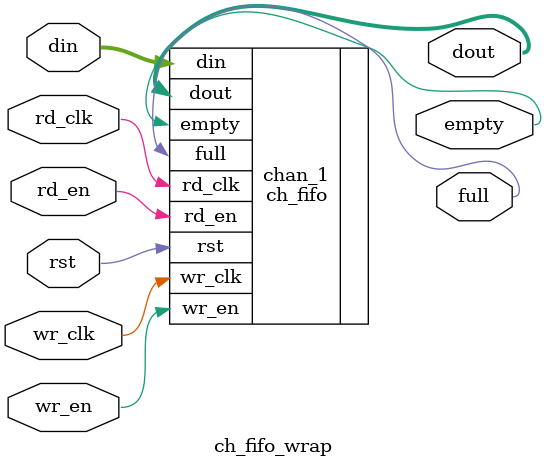
<source format=v>
`timescale 1ns / 1ps
module ch_fifo_wrap(rst,wr_clk,rd_clk,din,wr_en,rd_en,
dout,full,empty
    );

input rst,wr_clk,rd_clk,rd_en,wr_en;
input [7:0] din;
output [31:0] dout;
output full, empty;	 
	 
ch_fifo chan_1 (
  .rst(rst), // input rst
  .wr_clk(wr_clk), // input wr_clk
  .rd_clk(rd_clk), // input rd_clk
  .din(din), // input [7 : 0] din
  .wr_en(wr_en), // input wr_en
  .rd_en(rd_en), // input rd_en
  .dout(dout), // output [31 : 0] dout
  .full(full), // output full
  .empty(empty) // output empty
);

endmodule

</source>
